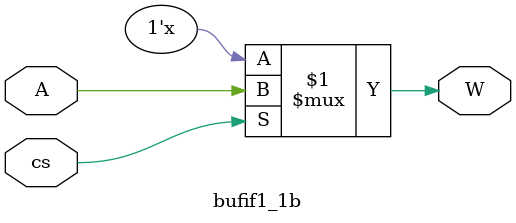
<source format=v>
module bufif1_32b(input [31:0]A,input cs,output [31:0]W);
  assign W=cs?A:32'hz;
endmodule



//*********************************************************************************************************



module bufif1_8b(input [7:0]A,input cs,output [7:0]W);
  assign W=cs?A:8'hz;
endmodule



//*********************************************************************************************************



module bufif1_2b(input [1:0]A,input cs,output [1:0]W);
  assign W=cs?A:2'hz;
endmodule



//*********************************************************************************************************



module bufif1_1b(input A,input cs,output W);
  assign W=cs?A:1'hz;
endmodule
</source>
